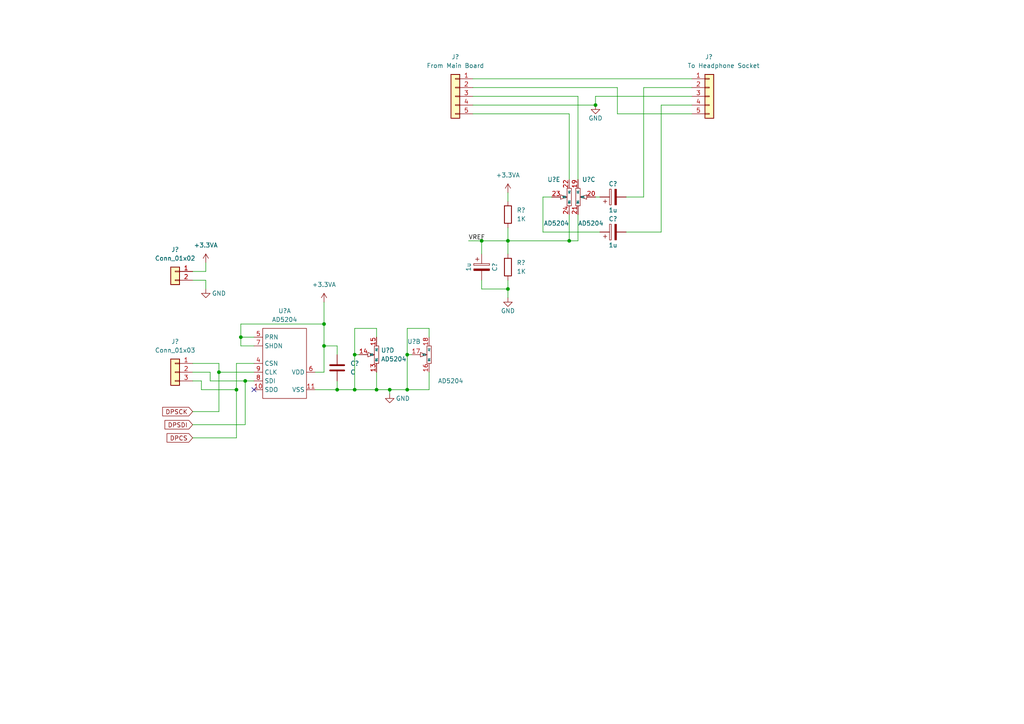
<source format=kicad_sch>
(kicad_sch (version 20211123) (generator eeschema)

  (uuid da5b4d9c-e473-4572-b78e-3ea8c80aea4d)

  (paper "A4")

  (lib_symbols
    (symbol "Connector_Generic:Conn_01x02" (pin_names (offset 1.016) hide) (in_bom yes) (on_board yes)
      (property "Reference" "J" (id 0) (at 0 2.54 0)
        (effects (font (size 1.27 1.27)))
      )
      (property "Value" "Conn_01x02" (id 1) (at 0 -5.08 0)
        (effects (font (size 1.27 1.27)))
      )
      (property "Footprint" "" (id 2) (at 0 0 0)
        (effects (font (size 1.27 1.27)) hide)
      )
      (property "Datasheet" "~" (id 3) (at 0 0 0)
        (effects (font (size 1.27 1.27)) hide)
      )
      (property "ki_keywords" "connector" (id 4) (at 0 0 0)
        (effects (font (size 1.27 1.27)) hide)
      )
      (property "ki_description" "Generic connector, single row, 01x02, script generated (kicad-library-utils/schlib/autogen/connector/)" (id 5) (at 0 0 0)
        (effects (font (size 1.27 1.27)) hide)
      )
      (property "ki_fp_filters" "Connector*:*_1x??_*" (id 6) (at 0 0 0)
        (effects (font (size 1.27 1.27)) hide)
      )
      (symbol "Conn_01x02_1_1"
        (rectangle (start -1.27 -2.413) (end 0 -2.667)
          (stroke (width 0.1524) (type default) (color 0 0 0 0))
          (fill (type none))
        )
        (rectangle (start -1.27 0.127) (end 0 -0.127)
          (stroke (width 0.1524) (type default) (color 0 0 0 0))
          (fill (type none))
        )
        (rectangle (start -1.27 1.27) (end 1.27 -3.81)
          (stroke (width 0.254) (type default) (color 0 0 0 0))
          (fill (type background))
        )
        (pin passive line (at -5.08 0 0) (length 3.81)
          (name "Pin_1" (effects (font (size 1.27 1.27))))
          (number "1" (effects (font (size 1.27 1.27))))
        )
        (pin passive line (at -5.08 -2.54 0) (length 3.81)
          (name "Pin_2" (effects (font (size 1.27 1.27))))
          (number "2" (effects (font (size 1.27 1.27))))
        )
      )
    )
    (symbol "Connector_Generic:Conn_01x03" (pin_names (offset 1.016) hide) (in_bom yes) (on_board yes)
      (property "Reference" "J" (id 0) (at 0 5.08 0)
        (effects (font (size 1.27 1.27)))
      )
      (property "Value" "Conn_01x03" (id 1) (at 0 -5.08 0)
        (effects (font (size 1.27 1.27)))
      )
      (property "Footprint" "" (id 2) (at 0 0 0)
        (effects (font (size 1.27 1.27)) hide)
      )
      (property "Datasheet" "~" (id 3) (at 0 0 0)
        (effects (font (size 1.27 1.27)) hide)
      )
      (property "ki_keywords" "connector" (id 4) (at 0 0 0)
        (effects (font (size 1.27 1.27)) hide)
      )
      (property "ki_description" "Generic connector, single row, 01x03, script generated (kicad-library-utils/schlib/autogen/connector/)" (id 5) (at 0 0 0)
        (effects (font (size 1.27 1.27)) hide)
      )
      (property "ki_fp_filters" "Connector*:*_1x??_*" (id 6) (at 0 0 0)
        (effects (font (size 1.27 1.27)) hide)
      )
      (symbol "Conn_01x03_1_1"
        (rectangle (start -1.27 -2.413) (end 0 -2.667)
          (stroke (width 0.1524) (type default) (color 0 0 0 0))
          (fill (type none))
        )
        (rectangle (start -1.27 0.127) (end 0 -0.127)
          (stroke (width 0.1524) (type default) (color 0 0 0 0))
          (fill (type none))
        )
        (rectangle (start -1.27 2.667) (end 0 2.413)
          (stroke (width 0.1524) (type default) (color 0 0 0 0))
          (fill (type none))
        )
        (rectangle (start -1.27 3.81) (end 1.27 -3.81)
          (stroke (width 0.254) (type default) (color 0 0 0 0))
          (fill (type background))
        )
        (pin passive line (at -5.08 2.54 0) (length 3.81)
          (name "Pin_1" (effects (font (size 1.27 1.27))))
          (number "1" (effects (font (size 1.27 1.27))))
        )
        (pin passive line (at -5.08 0 0) (length 3.81)
          (name "Pin_2" (effects (font (size 1.27 1.27))))
          (number "2" (effects (font (size 1.27 1.27))))
        )
        (pin passive line (at -5.08 -2.54 0) (length 3.81)
          (name "Pin_3" (effects (font (size 1.27 1.27))))
          (number "3" (effects (font (size 1.27 1.27))))
        )
      )
    )
    (symbol "Connector_Generic:Conn_01x05" (pin_names (offset 1.016) hide) (in_bom yes) (on_board yes)
      (property "Reference" "J" (id 0) (at 0 7.62 0)
        (effects (font (size 1.27 1.27)))
      )
      (property "Value" "Conn_01x05" (id 1) (at 0 -7.62 0)
        (effects (font (size 1.27 1.27)))
      )
      (property "Footprint" "" (id 2) (at 0 0 0)
        (effects (font (size 1.27 1.27)) hide)
      )
      (property "Datasheet" "~" (id 3) (at 0 0 0)
        (effects (font (size 1.27 1.27)) hide)
      )
      (property "ki_keywords" "connector" (id 4) (at 0 0 0)
        (effects (font (size 1.27 1.27)) hide)
      )
      (property "ki_description" "Generic connector, single row, 01x05, script generated (kicad-library-utils/schlib/autogen/connector/)" (id 5) (at 0 0 0)
        (effects (font (size 1.27 1.27)) hide)
      )
      (property "ki_fp_filters" "Connector*:*_1x??_*" (id 6) (at 0 0 0)
        (effects (font (size 1.27 1.27)) hide)
      )
      (symbol "Conn_01x05_1_1"
        (rectangle (start -1.27 -4.953) (end 0 -5.207)
          (stroke (width 0.1524) (type default) (color 0 0 0 0))
          (fill (type none))
        )
        (rectangle (start -1.27 -2.413) (end 0 -2.667)
          (stroke (width 0.1524) (type default) (color 0 0 0 0))
          (fill (type none))
        )
        (rectangle (start -1.27 0.127) (end 0 -0.127)
          (stroke (width 0.1524) (type default) (color 0 0 0 0))
          (fill (type none))
        )
        (rectangle (start -1.27 2.667) (end 0 2.413)
          (stroke (width 0.1524) (type default) (color 0 0 0 0))
          (fill (type none))
        )
        (rectangle (start -1.27 5.207) (end 0 4.953)
          (stroke (width 0.1524) (type default) (color 0 0 0 0))
          (fill (type none))
        )
        (rectangle (start -1.27 6.35) (end 1.27 -6.35)
          (stroke (width 0.254) (type default) (color 0 0 0 0))
          (fill (type background))
        )
        (pin passive line (at -5.08 5.08 0) (length 3.81)
          (name "Pin_1" (effects (font (size 1.27 1.27))))
          (number "1" (effects (font (size 1.27 1.27))))
        )
        (pin passive line (at -5.08 2.54 0) (length 3.81)
          (name "Pin_2" (effects (font (size 1.27 1.27))))
          (number "2" (effects (font (size 1.27 1.27))))
        )
        (pin passive line (at -5.08 0 0) (length 3.81)
          (name "Pin_3" (effects (font (size 1.27 1.27))))
          (number "3" (effects (font (size 1.27 1.27))))
        )
        (pin passive line (at -5.08 -2.54 0) (length 3.81)
          (name "Pin_4" (effects (font (size 1.27 1.27))))
          (number "4" (effects (font (size 1.27 1.27))))
        )
        (pin passive line (at -5.08 -5.08 0) (length 3.81)
          (name "Pin_5" (effects (font (size 1.27 1.27))))
          (number "5" (effects (font (size 1.27 1.27))))
        )
      )
    )
    (symbol "Device:C" (pin_numbers hide) (pin_names (offset 0.254)) (in_bom yes) (on_board yes)
      (property "Reference" "C" (id 0) (at 0.635 2.54 0)
        (effects (font (size 1.27 1.27)) (justify left))
      )
      (property "Value" "C" (id 1) (at 0.635 -2.54 0)
        (effects (font (size 1.27 1.27)) (justify left))
      )
      (property "Footprint" "" (id 2) (at 0.9652 -3.81 0)
        (effects (font (size 1.27 1.27)) hide)
      )
      (property "Datasheet" "~" (id 3) (at 0 0 0)
        (effects (font (size 1.27 1.27)) hide)
      )
      (property "ki_keywords" "cap capacitor" (id 4) (at 0 0 0)
        (effects (font (size 1.27 1.27)) hide)
      )
      (property "ki_description" "Unpolarized capacitor" (id 5) (at 0 0 0)
        (effects (font (size 1.27 1.27)) hide)
      )
      (property "ki_fp_filters" "C_*" (id 6) (at 0 0 0)
        (effects (font (size 1.27 1.27)) hide)
      )
      (symbol "C_0_1"
        (polyline
          (pts
            (xy -2.032 -0.762)
            (xy 2.032 -0.762)
          )
          (stroke (width 0.508) (type default) (color 0 0 0 0))
          (fill (type none))
        )
        (polyline
          (pts
            (xy -2.032 0.762)
            (xy 2.032 0.762)
          )
          (stroke (width 0.508) (type default) (color 0 0 0 0))
          (fill (type none))
        )
      )
      (symbol "C_1_1"
        (pin passive line (at 0 3.81 270) (length 2.794)
          (name "~" (effects (font (size 1.27 1.27))))
          (number "1" (effects (font (size 1.27 1.27))))
        )
        (pin passive line (at 0 -3.81 90) (length 2.794)
          (name "~" (effects (font (size 1.27 1.27))))
          (number "2" (effects (font (size 1.27 1.27))))
        )
      )
    )
    (symbol "Device:C_Polarized" (pin_numbers hide) (pin_names (offset 0.254)) (in_bom yes) (on_board yes)
      (property "Reference" "C" (id 0) (at 0.635 2.54 0)
        (effects (font (size 1.27 1.27)) (justify left))
      )
      (property "Value" "C_Polarized" (id 1) (at 0.635 -2.54 0)
        (effects (font (size 1.27 1.27)) (justify left))
      )
      (property "Footprint" "" (id 2) (at 0.9652 -3.81 0)
        (effects (font (size 1.27 1.27)) hide)
      )
      (property "Datasheet" "~" (id 3) (at 0 0 0)
        (effects (font (size 1.27 1.27)) hide)
      )
      (property "ki_keywords" "cap capacitor" (id 4) (at 0 0 0)
        (effects (font (size 1.27 1.27)) hide)
      )
      (property "ki_description" "Polarized capacitor" (id 5) (at 0 0 0)
        (effects (font (size 1.27 1.27)) hide)
      )
      (property "ki_fp_filters" "CP_*" (id 6) (at 0 0 0)
        (effects (font (size 1.27 1.27)) hide)
      )
      (symbol "C_Polarized_0_1"
        (rectangle (start -2.286 0.508) (end 2.286 1.016)
          (stroke (width 0) (type default) (color 0 0 0 0))
          (fill (type none))
        )
        (polyline
          (pts
            (xy -1.778 2.286)
            (xy -0.762 2.286)
          )
          (stroke (width 0) (type default) (color 0 0 0 0))
          (fill (type none))
        )
        (polyline
          (pts
            (xy -1.27 2.794)
            (xy -1.27 1.778)
          )
          (stroke (width 0) (type default) (color 0 0 0 0))
          (fill (type none))
        )
        (rectangle (start 2.286 -0.508) (end -2.286 -1.016)
          (stroke (width 0) (type default) (color 0 0 0 0))
          (fill (type outline))
        )
      )
      (symbol "C_Polarized_1_1"
        (pin passive line (at 0 3.81 270) (length 2.794)
          (name "~" (effects (font (size 1.27 1.27))))
          (number "1" (effects (font (size 1.27 1.27))))
        )
        (pin passive line (at 0 -3.81 90) (length 2.794)
          (name "~" (effects (font (size 1.27 1.27))))
          (number "2" (effects (font (size 1.27 1.27))))
        )
      )
    )
    (symbol "Device:R" (pin_numbers hide) (pin_names (offset 0)) (in_bom yes) (on_board yes)
      (property "Reference" "R" (id 0) (at 2.032 0 90)
        (effects (font (size 1.27 1.27)))
      )
      (property "Value" "R" (id 1) (at 0 0 90)
        (effects (font (size 1.27 1.27)))
      )
      (property "Footprint" "" (id 2) (at -1.778 0 90)
        (effects (font (size 1.27 1.27)) hide)
      )
      (property "Datasheet" "~" (id 3) (at 0 0 0)
        (effects (font (size 1.27 1.27)) hide)
      )
      (property "ki_keywords" "R res resistor" (id 4) (at 0 0 0)
        (effects (font (size 1.27 1.27)) hide)
      )
      (property "ki_description" "Resistor" (id 5) (at 0 0 0)
        (effects (font (size 1.27 1.27)) hide)
      )
      (property "ki_fp_filters" "R_*" (id 6) (at 0 0 0)
        (effects (font (size 1.27 1.27)) hide)
      )
      (symbol "R_0_1"
        (rectangle (start -1.016 -2.54) (end 1.016 2.54)
          (stroke (width 0.254) (type default) (color 0 0 0 0))
          (fill (type none))
        )
      )
      (symbol "R_1_1"
        (pin passive line (at 0 3.81 270) (length 1.27)
          (name "~" (effects (font (size 1.27 1.27))))
          (number "1" (effects (font (size 1.27 1.27))))
        )
        (pin passive line (at 0 -3.81 90) (length 1.27)
          (name "~" (effects (font (size 1.27 1.27))))
          (number "2" (effects (font (size 1.27 1.27))))
        )
      )
    )
    (symbol "UKMaker:AD5204" (in_bom yes) (on_board yes)
      (property "Reference" "U" (id 0) (at 3.81 0 0)
        (effects (font (size 1.27 1.27)))
      )
      (property "Value" "AD5204" (id 1) (at 1.905 0 90)
        (effects (font (size 1.27 1.27)))
      )
      (property "Footprint" "" (id 2) (at 3.175 5.08 0)
        (effects (font (size 1.27 1.27)) hide)
      )
      (property "Datasheet" "" (id 3) (at 3.175 5.08 0)
        (effects (font (size 1.27 1.27)) hide)
      )
      (symbol "AD5204_1_1"
        (rectangle (start -6.35 10.16) (end 6.35 -10.16)
          (stroke (width 0) (type default) (color 0 0 0 0))
          (fill (type none))
        )
        (pin output line (at -8.89 -7.62 0) (length 2.54)
          (name "SDO" (effects (font (size 1.27 1.27))))
          (number "10" (effects (font (size 1.27 1.27))))
        )
        (pin power_in line (at 8.89 -7.62 180) (length 2.54)
          (name "VSS" (effects (font (size 1.27 1.27))))
          (number "11" (effects (font (size 1.27 1.27))))
        )
        (pin input line (at -8.89 0 0) (length 2.54)
          (name "CSN" (effects (font (size 1.27 1.27))))
          (number "4" (effects (font (size 1.27 1.27))))
        )
        (pin input line (at -8.89 7.62 0) (length 2.54)
          (name "PRN" (effects (font (size 1.27 1.27))))
          (number "5" (effects (font (size 1.27 1.27))))
        )
        (pin power_in line (at 8.89 -2.54 180) (length 2.54)
          (name "VDD" (effects (font (size 1.27 1.27))))
          (number "6" (effects (font (size 1.27 1.27))))
        )
        (pin input line (at -8.89 5.08 0) (length 2.54)
          (name "SHDN" (effects (font (size 1.27 1.27))))
          (number "7" (effects (font (size 1.27 1.27))))
        )
        (pin input line (at -8.89 -5.08 0) (length 2.54)
          (name "SDI" (effects (font (size 1.27 1.27))))
          (number "8" (effects (font (size 1.27 1.27))))
        )
        (pin input line (at -8.89 -2.54 0) (length 2.54)
          (name "CLK" (effects (font (size 1.27 1.27))))
          (number "9" (effects (font (size 1.27 1.27))))
        )
      )
      (symbol "AD5204_2_1"
        (rectangle (start -0.635 2.54) (end 0.635 -2.54)
          (stroke (width 0) (type default) (color 0 0 0 0))
          (fill (type none))
        )
        (polyline
          (pts
            (xy -0.635 0)
            (xy -2.54 0.635)
            (xy -2.54 -0.635)
            (xy -0.635 0)
          )
          (stroke (width 0) (type default) (color 0 0 0 0))
          (fill (type none))
        )
        (pin passive line (at 0 -5.08 90) (length 2.54)
          (name "B1" (effects (font (size 0.508 0.508))))
          (number "16" (effects (font (size 1.27 1.27))))
        )
        (pin passive line (at -5.08 0 0) (length 2.54)
          (name "W1" (effects (font (size 0.508 0.508))))
          (number "17" (effects (font (size 1.27 1.27))))
        )
        (pin passive line (at 0 5.08 270) (length 2.54)
          (name "A1" (effects (font (size 0.508 0.508))))
          (number "18" (effects (font (size 1.27 1.27))))
        )
      )
      (symbol "AD5204_3_1"
        (rectangle (start -0.635 2.54) (end 0.635 -2.54)
          (stroke (width 0) (type default) (color 0 0 0 0))
          (fill (type none))
        )
        (polyline
          (pts
            (xy -0.635 0)
            (xy -2.54 0.635)
            (xy -2.54 -0.635)
            (xy -0.635 0)
          )
          (stroke (width 0) (type default) (color 0 0 0 0))
          (fill (type none))
        )
        (pin passive line (at 0 5.08 270) (length 2.54)
          (name "A1" (effects (font (size 0.508 0.508))))
          (number "19" (effects (font (size 1.27 1.27))))
        )
        (pin passive line (at -5.08 0 0) (length 2.54)
          (name "W1" (effects (font (size 0.508 0.508))))
          (number "20" (effects (font (size 1.27 1.27))))
        )
        (pin passive line (at 0 -5.08 90) (length 2.54)
          (name "B1" (effects (font (size 0.508 0.508))))
          (number "21" (effects (font (size 1.27 1.27))))
        )
      )
      (symbol "AD5204_4_1"
        (rectangle (start -0.635 2.54) (end 0.635 -2.54)
          (stroke (width 0) (type default) (color 0 0 0 0))
          (fill (type none))
        )
        (polyline
          (pts
            (xy -0.635 0)
            (xy -2.54 0.635)
            (xy -2.54 -0.635)
            (xy -0.635 0)
          )
          (stroke (width 0) (type default) (color 0 0 0 0))
          (fill (type none))
        )
        (pin passive line (at 0 -5.08 90) (length 2.54)
          (name "B1" (effects (font (size 0.508 0.508))))
          (number "13" (effects (font (size 1.27 1.27))))
        )
        (pin passive line (at -5.08 0 0) (length 2.54)
          (name "W1" (effects (font (size 0.508 0.508))))
          (number "14" (effects (font (size 1.27 1.27))))
        )
        (pin passive line (at 0 5.08 270) (length 2.54)
          (name "A1" (effects (font (size 0.508 0.508))))
          (number "15" (effects (font (size 1.27 1.27))))
        )
      )
      (symbol "AD5204_5_1"
        (rectangle (start -0.635 2.54) (end 0.635 -2.54)
          (stroke (width 0) (type default) (color 0 0 0 0))
          (fill (type none))
        )
        (polyline
          (pts
            (xy -0.635 0)
            (xy -2.54 0.635)
            (xy -2.54 -0.635)
            (xy -0.635 0)
          )
          (stroke (width 0) (type default) (color 0 0 0 0))
          (fill (type none))
        )
        (pin passive line (at 0 5.08 270) (length 2.54)
          (name "A1" (effects (font (size 0.508 0.508))))
          (number "22" (effects (font (size 1.27 1.27))))
        )
        (pin passive line (at -5.08 0 0) (length 2.54)
          (name "W1" (effects (font (size 0.508 0.508))))
          (number "23" (effects (font (size 1.27 1.27))))
        )
        (pin passive line (at 0 -5.08 90) (length 2.54)
          (name "B1" (effects (font (size 0.508 0.508))))
          (number "24" (effects (font (size 1.27 1.27))))
        )
      )
    )
    (symbol "power:+3.3VA" (power) (pin_names (offset 0)) (in_bom yes) (on_board yes)
      (property "Reference" "#PWR" (id 0) (at 0 -3.81 0)
        (effects (font (size 1.27 1.27)) hide)
      )
      (property "Value" "+3.3VA" (id 1) (at 0 3.556 0)
        (effects (font (size 1.27 1.27)))
      )
      (property "Footprint" "" (id 2) (at 0 0 0)
        (effects (font (size 1.27 1.27)) hide)
      )
      (property "Datasheet" "" (id 3) (at 0 0 0)
        (effects (font (size 1.27 1.27)) hide)
      )
      (property "ki_keywords" "power-flag" (id 4) (at 0 0 0)
        (effects (font (size 1.27 1.27)) hide)
      )
      (property "ki_description" "Power symbol creates a global label with name \"+3.3VA\"" (id 5) (at 0 0 0)
        (effects (font (size 1.27 1.27)) hide)
      )
      (symbol "+3.3VA_0_1"
        (polyline
          (pts
            (xy -0.762 1.27)
            (xy 0 2.54)
          )
          (stroke (width 0) (type default) (color 0 0 0 0))
          (fill (type none))
        )
        (polyline
          (pts
            (xy 0 0)
            (xy 0 2.54)
          )
          (stroke (width 0) (type default) (color 0 0 0 0))
          (fill (type none))
        )
        (polyline
          (pts
            (xy 0 2.54)
            (xy 0.762 1.27)
          )
          (stroke (width 0) (type default) (color 0 0 0 0))
          (fill (type none))
        )
      )
      (symbol "+3.3VA_1_1"
        (pin power_in line (at 0 0 90) (length 0) hide
          (name "+3.3VA" (effects (font (size 1.27 1.27))))
          (number "1" (effects (font (size 1.27 1.27))))
        )
      )
    )
    (symbol "power:GND" (power) (pin_names (offset 0)) (in_bom yes) (on_board yes)
      (property "Reference" "#PWR" (id 0) (at 0 -6.35 0)
        (effects (font (size 1.27 1.27)) hide)
      )
      (property "Value" "GND" (id 1) (at 0 -3.81 0)
        (effects (font (size 1.27 1.27)))
      )
      (property "Footprint" "" (id 2) (at 0 0 0)
        (effects (font (size 1.27 1.27)) hide)
      )
      (property "Datasheet" "" (id 3) (at 0 0 0)
        (effects (font (size 1.27 1.27)) hide)
      )
      (property "ki_keywords" "power-flag" (id 4) (at 0 0 0)
        (effects (font (size 1.27 1.27)) hide)
      )
      (property "ki_description" "Power symbol creates a global label with name \"GND\" , ground" (id 5) (at 0 0 0)
        (effects (font (size 1.27 1.27)) hide)
      )
      (symbol "GND_0_1"
        (polyline
          (pts
            (xy 0 0)
            (xy 0 -1.27)
            (xy 1.27 -1.27)
            (xy 0 -2.54)
            (xy -1.27 -1.27)
            (xy 0 -1.27)
          )
          (stroke (width 0) (type default) (color 0 0 0 0))
          (fill (type none))
        )
      )
      (symbol "GND_1_1"
        (pin power_in line (at 0 0 270) (length 0) hide
          (name "GND" (effects (font (size 1.27 1.27))))
          (number "1" (effects (font (size 1.27 1.27))))
        )
      )
    )
  )

  (junction (at 172.72 30.48) (diameter 0) (color 0 0 0 0)
    (uuid 01b734b7-6175-4b9b-a7df-a5059a62b930)
  )
  (junction (at 147.32 69.85) (diameter 0) (color 0 0 0 0)
    (uuid 23dc9f98-b763-41c2-b9b9-2a4901adc970)
  )
  (junction (at 118.11 113.03) (diameter 0) (color 0 0 0 0)
    (uuid 31471eb9-b9a7-4a86-a52d-cd22a3eac460)
  )
  (junction (at 113.03 113.03) (diameter 0) (color 0 0 0 0)
    (uuid 4fc9946c-d412-4f2b-8dbf-4154bf63e77a)
  )
  (junction (at 102.87 102.87) (diameter 0) (color 0 0 0 0)
    (uuid 83d6455d-e9de-4b96-8fac-a77d4258529e)
  )
  (junction (at 102.87 113.03) (diameter 0) (color 0 0 0 0)
    (uuid 83e6c665-29ac-4f04-946f-6d2add3a9227)
  )
  (junction (at 118.11 102.87) (diameter 0) (color 0 0 0 0)
    (uuid 85a97a98-c307-41c8-b7ba-d0ec8976fa8b)
  )
  (junction (at 93.98 100.33) (diameter 0) (color 0 0 0 0)
    (uuid 88b515e9-dc8f-419c-a48f-964b238d6906)
  )
  (junction (at 71.12 110.49) (diameter 0) (color 0 0 0 0)
    (uuid 8df43567-b3c3-4395-acc1-a8d209ab0c5a)
  )
  (junction (at 97.79 113.03) (diameter 0) (color 0 0 0 0)
    (uuid 9961d701-d974-4efc-9a1c-8f2621019811)
  )
  (junction (at 63.5 107.95) (diameter 0) (color 0 0 0 0)
    (uuid 9df619e6-d627-4730-9ed6-30c73c63d988)
  )
  (junction (at 93.98 93.98) (diameter 0) (color 0 0 0 0)
    (uuid c3fad5e4-b661-4652-839b-9350bd09f999)
  )
  (junction (at 139.7 69.85) (diameter 0) (color 0 0 0 0)
    (uuid d488444d-ebc7-49e2-acdb-8df9b978b530)
  )
  (junction (at 69.85 97.79) (diameter 0) (color 0 0 0 0)
    (uuid d8f301e7-5e66-42a3-8532-bf1fb9e08f1a)
  )
  (junction (at 68.58 113.03) (diameter 0) (color 0 0 0 0)
    (uuid e0b22b09-d466-48b1-a281-4ab180365123)
  )
  (junction (at 109.22 113.03) (diameter 0) (color 0 0 0 0)
    (uuid f488c84b-4a84-42f6-b88b-6fc5528d7008)
  )
  (junction (at 147.32 83.82) (diameter 0) (color 0 0 0 0)
    (uuid f58a5453-b4a7-4ebb-a531-91cecbc36c7e)
  )
  (junction (at 165.1 69.85) (diameter 0) (color 0 0 0 0)
    (uuid fc098b55-7d80-4e8a-8763-2469473cc4ff)
  )

  (no_connect (at 73.66 113.03) (uuid 8ef04f42-42b5-427b-828f-9c4cdc90f90c))

  (wire (pts (xy 157.48 67.31) (xy 173.99 67.31))
    (stroke (width 0) (type default) (color 0 0 0 0))
    (uuid 0135a485-f561-41ba-b511-9fd2b4aef367)
  )
  (wire (pts (xy 172.72 27.94) (xy 200.66 27.94))
    (stroke (width 0) (type default) (color 0 0 0 0))
    (uuid 097342e0-89f4-4cdb-b121-83b619c8e218)
  )
  (wire (pts (xy 139.7 69.85) (xy 147.32 69.85))
    (stroke (width 0) (type default) (color 0 0 0 0))
    (uuid 098fadec-070a-406b-8111-0e99b0efd81a)
  )
  (wire (pts (xy 181.61 57.15) (xy 186.69 57.15))
    (stroke (width 0) (type default) (color 0 0 0 0))
    (uuid 0f469613-7c4d-4d4a-a4c2-d4d6eadd682b)
  )
  (wire (pts (xy 93.98 100.33) (xy 93.98 93.98))
    (stroke (width 0) (type default) (color 0 0 0 0))
    (uuid 127af51c-e0b7-4d7c-83c7-6cff5ac94a43)
  )
  (wire (pts (xy 69.85 97.79) (xy 69.85 93.98))
    (stroke (width 0) (type default) (color 0 0 0 0))
    (uuid 1423fbe7-7aa5-487e-95bc-4c46b149d68f)
  )
  (wire (pts (xy 118.11 113.03) (xy 124.46 113.03))
    (stroke (width 0) (type default) (color 0 0 0 0))
    (uuid 14dacf09-8421-4ea3-90fd-16cfeaeb2dcc)
  )
  (wire (pts (xy 55.88 127) (xy 68.58 127))
    (stroke (width 0) (type default) (color 0 0 0 0))
    (uuid 16ec638f-8d1d-4666-847e-8285cf59c7d8)
  )
  (wire (pts (xy 104.14 102.87) (xy 102.87 102.87))
    (stroke (width 0) (type default) (color 0 0 0 0))
    (uuid 1b7b47d6-399a-41ef-b31a-0c4b6dfc9f51)
  )
  (wire (pts (xy 157.48 57.15) (xy 157.48 67.31))
    (stroke (width 0) (type default) (color 0 0 0 0))
    (uuid 1f26259e-547f-42fd-a907-8494d6511b94)
  )
  (wire (pts (xy 137.16 25.4) (xy 179.07 25.4))
    (stroke (width 0) (type default) (color 0 0 0 0))
    (uuid 29c84d9a-b893-44bb-b4c7-45790b1cf8cb)
  )
  (wire (pts (xy 113.03 113.03) (xy 113.03 114.3))
    (stroke (width 0) (type default) (color 0 0 0 0))
    (uuid 32688005-5271-43a1-9251-929192eb0c01)
  )
  (wire (pts (xy 73.66 100.33) (xy 69.85 100.33))
    (stroke (width 0) (type default) (color 0 0 0 0))
    (uuid 35d58b2b-ec4b-49f8-bea4-450a719e58a5)
  )
  (wire (pts (xy 97.79 110.49) (xy 97.79 113.03))
    (stroke (width 0) (type default) (color 0 0 0 0))
    (uuid 365bb51d-4b74-45ef-863b-6cc98b5f9e76)
  )
  (wire (pts (xy 93.98 93.98) (xy 93.98 87.63))
    (stroke (width 0) (type default) (color 0 0 0 0))
    (uuid 44514d54-606b-4195-9efe-363228021a0e)
  )
  (wire (pts (xy 147.32 73.66) (xy 147.32 69.85))
    (stroke (width 0) (type default) (color 0 0 0 0))
    (uuid 48cd42cb-26b4-4589-b972-2e4389ef12bf)
  )
  (wire (pts (xy 191.77 67.31) (xy 191.77 30.48))
    (stroke (width 0) (type default) (color 0 0 0 0))
    (uuid 4cc3350b-93cd-4652-861a-6f1755e06712)
  )
  (wire (pts (xy 147.32 81.28) (xy 147.32 83.82))
    (stroke (width 0) (type default) (color 0 0 0 0))
    (uuid 501bcba3-7840-4bfa-b390-042b6f4e12cb)
  )
  (wire (pts (xy 55.88 78.74) (xy 59.69 78.74))
    (stroke (width 0) (type default) (color 0 0 0 0))
    (uuid 51442696-0888-47f0-afca-f285aaf0a6d8)
  )
  (wire (pts (xy 69.85 100.33) (xy 69.85 97.79))
    (stroke (width 0) (type default) (color 0 0 0 0))
    (uuid 57df66f9-9a9e-4e67-9644-23efa6660863)
  )
  (wire (pts (xy 172.72 30.48) (xy 172.72 27.94))
    (stroke (width 0) (type default) (color 0 0 0 0))
    (uuid 5bcd4d60-0ad9-4ba2-9708-8369a9388e79)
  )
  (wire (pts (xy 73.66 107.95) (xy 63.5 107.95))
    (stroke (width 0) (type default) (color 0 0 0 0))
    (uuid 5ce3b5ff-9522-41ed-bb34-3428419d449e)
  )
  (wire (pts (xy 167.64 27.94) (xy 137.16 27.94))
    (stroke (width 0) (type default) (color 0 0 0 0))
    (uuid 5daa78d9-a162-4f02-8b24-aa33e75be5b2)
  )
  (wire (pts (xy 69.85 97.79) (xy 73.66 97.79))
    (stroke (width 0) (type default) (color 0 0 0 0))
    (uuid 5db729d1-8590-4a1c-b874-e2c6eafb89c6)
  )
  (wire (pts (xy 63.5 105.41) (xy 55.88 105.41))
    (stroke (width 0) (type default) (color 0 0 0 0))
    (uuid 660a72a4-3ec0-4322-809b-e0d6384455f7)
  )
  (wire (pts (xy 55.88 123.19) (xy 71.12 123.19))
    (stroke (width 0) (type default) (color 0 0 0 0))
    (uuid 664239ca-5a6e-401c-8989-95aba1370b73)
  )
  (wire (pts (xy 165.1 33.02) (xy 165.1 52.07))
    (stroke (width 0) (type default) (color 0 0 0 0))
    (uuid 67f212da-9392-4e3b-9607-865ebbcc3532)
  )
  (wire (pts (xy 165.1 62.23) (xy 165.1 69.85))
    (stroke (width 0) (type default) (color 0 0 0 0))
    (uuid 6cd7a235-f556-4505-a1fa-eebecd405364)
  )
  (wire (pts (xy 135.89 69.85) (xy 139.7 69.85))
    (stroke (width 0) (type default) (color 0 0 0 0))
    (uuid 7044a23d-1770-4126-a7ef-1433c92f5ff0)
  )
  (wire (pts (xy 113.03 113.03) (xy 118.11 113.03))
    (stroke (width 0) (type default) (color 0 0 0 0))
    (uuid 71a26256-cc21-4a4c-9411-08d18ab6898c)
  )
  (wire (pts (xy 137.16 30.48) (xy 172.72 30.48))
    (stroke (width 0) (type default) (color 0 0 0 0))
    (uuid 73268373-21a2-420b-8b47-b76da33c0964)
  )
  (wire (pts (xy 58.42 113.03) (xy 68.58 113.03))
    (stroke (width 0) (type default) (color 0 0 0 0))
    (uuid 736e32f8-aa20-4ad7-90aa-40b72a7cf348)
  )
  (wire (pts (xy 59.69 81.28) (xy 59.69 83.82))
    (stroke (width 0) (type default) (color 0 0 0 0))
    (uuid 73dedac3-460c-4c86-aca4-3c284ff10cee)
  )
  (wire (pts (xy 167.64 27.94) (xy 167.64 52.07))
    (stroke (width 0) (type default) (color 0 0 0 0))
    (uuid 73fb4f4e-bf7f-4f7e-b476-06f2a51d1b8d)
  )
  (wire (pts (xy 172.72 57.15) (xy 173.99 57.15))
    (stroke (width 0) (type default) (color 0 0 0 0))
    (uuid 76ff27ec-c449-4eb5-ad3a-006a70c6234e)
  )
  (wire (pts (xy 147.32 55.88) (xy 147.32 58.42))
    (stroke (width 0) (type default) (color 0 0 0 0))
    (uuid 77610543-c806-4d40-97f4-b63fe4a21e67)
  )
  (wire (pts (xy 109.22 95.25) (xy 102.87 95.25))
    (stroke (width 0) (type default) (color 0 0 0 0))
    (uuid 7881cc42-fb3f-42ba-9edd-a7771700f39b)
  )
  (wire (pts (xy 139.7 73.66) (xy 139.7 69.85))
    (stroke (width 0) (type default) (color 0 0 0 0))
    (uuid 7bac32e9-4547-40f5-9822-99a27e3128f2)
  )
  (wire (pts (xy 59.69 78.74) (xy 59.69 76.2))
    (stroke (width 0) (type default) (color 0 0 0 0))
    (uuid 7d375237-1951-4893-b7f6-a3a89cc9b18b)
  )
  (wire (pts (xy 97.79 113.03) (xy 102.87 113.03))
    (stroke (width 0) (type default) (color 0 0 0 0))
    (uuid 7e0fd07c-facc-4dea-84da-399087b6f8ab)
  )
  (wire (pts (xy 97.79 102.87) (xy 97.79 100.33))
    (stroke (width 0) (type default) (color 0 0 0 0))
    (uuid 7f83b2fe-c794-4669-9030-1dfb738b1007)
  )
  (wire (pts (xy 147.32 86.36) (xy 147.32 83.82))
    (stroke (width 0) (type default) (color 0 0 0 0))
    (uuid 7ff6b216-c9ff-4ba4-ba65-549ef27e3b30)
  )
  (wire (pts (xy 68.58 105.41) (xy 73.66 105.41))
    (stroke (width 0) (type default) (color 0 0 0 0))
    (uuid 8420bf2d-57a6-49d7-99d3-eea06449ba4d)
  )
  (wire (pts (xy 71.12 123.19) (xy 71.12 110.49))
    (stroke (width 0) (type default) (color 0 0 0 0))
    (uuid 89e9829d-c2ae-4212-a310-fc50faffd0bd)
  )
  (wire (pts (xy 55.88 119.38) (xy 63.5 119.38))
    (stroke (width 0) (type default) (color 0 0 0 0))
    (uuid 8a203b20-0fd9-4567-8e92-e92b2944b914)
  )
  (wire (pts (xy 147.32 69.85) (xy 165.1 69.85))
    (stroke (width 0) (type default) (color 0 0 0 0))
    (uuid 8acf12ab-88d1-4756-a0c8-5511f6d32e61)
  )
  (wire (pts (xy 191.77 30.48) (xy 200.66 30.48))
    (stroke (width 0) (type default) (color 0 0 0 0))
    (uuid 8e77da98-3f8c-4b4f-ac7c-b8800c6be9f2)
  )
  (wire (pts (xy 58.42 110.49) (xy 58.42 113.03))
    (stroke (width 0) (type default) (color 0 0 0 0))
    (uuid 98ab655b-b82b-44a0-93ff-e537d3af503a)
  )
  (wire (pts (xy 91.44 107.95) (xy 93.98 107.95))
    (stroke (width 0) (type default) (color 0 0 0 0))
    (uuid 9903f7b6-602f-4552-ba16-7913dc7ca127)
  )
  (wire (pts (xy 167.64 69.85) (xy 167.64 62.23))
    (stroke (width 0) (type default) (color 0 0 0 0))
    (uuid 9bc2116c-4e95-4c85-a35f-99650effff3c)
  )
  (wire (pts (xy 124.46 113.03) (xy 124.46 107.95))
    (stroke (width 0) (type default) (color 0 0 0 0))
    (uuid 9d627f6c-dd5d-41f2-882b-08edf3614cc1)
  )
  (wire (pts (xy 137.16 33.02) (xy 165.1 33.02))
    (stroke (width 0) (type default) (color 0 0 0 0))
    (uuid 9dbcc677-d53f-4570-9d6b-713f9e96e523)
  )
  (wire (pts (xy 60.96 107.95) (xy 55.88 107.95))
    (stroke (width 0) (type default) (color 0 0 0 0))
    (uuid 9ea291cf-e638-4ee8-a7b6-05c2cbd9d96d)
  )
  (wire (pts (xy 109.22 107.95) (xy 109.22 113.03))
    (stroke (width 0) (type default) (color 0 0 0 0))
    (uuid 9f159589-afd9-4ef0-a0f4-c98250315651)
  )
  (wire (pts (xy 93.98 107.95) (xy 93.98 100.33))
    (stroke (width 0) (type default) (color 0 0 0 0))
    (uuid a1fa4722-dfcc-4c01-ac1b-394c6e08470a)
  )
  (wire (pts (xy 186.69 25.4) (xy 200.66 25.4))
    (stroke (width 0) (type default) (color 0 0 0 0))
    (uuid a3f4fb7f-18d5-4720-8ae4-6ec55b2ebfcf)
  )
  (wire (pts (xy 109.22 113.03) (xy 113.03 113.03))
    (stroke (width 0) (type default) (color 0 0 0 0))
    (uuid a8a159c6-71f9-488e-a22b-3763aa236054)
  )
  (wire (pts (xy 118.11 95.25) (xy 118.11 102.87))
    (stroke (width 0) (type default) (color 0 0 0 0))
    (uuid b1694bf6-3d21-4cf6-b773-173012168811)
  )
  (wire (pts (xy 179.07 25.4) (xy 179.07 33.02))
    (stroke (width 0) (type default) (color 0 0 0 0))
    (uuid b2ee3f22-07c3-4434-9b64-920242f5c2b7)
  )
  (wire (pts (xy 139.7 83.82) (xy 147.32 83.82))
    (stroke (width 0) (type default) (color 0 0 0 0))
    (uuid b387307f-9e8e-4ba0-b7b1-6c1b2bc8e426)
  )
  (wire (pts (xy 69.85 93.98) (xy 93.98 93.98))
    (stroke (width 0) (type default) (color 0 0 0 0))
    (uuid ba5ae477-e8be-47c8-91fc-0043b262fa32)
  )
  (wire (pts (xy 63.5 107.95) (xy 63.5 105.41))
    (stroke (width 0) (type default) (color 0 0 0 0))
    (uuid bc6b8365-15d9-40fc-9b1e-c3ef38905c86)
  )
  (wire (pts (xy 55.88 81.28) (xy 59.69 81.28))
    (stroke (width 0) (type default) (color 0 0 0 0))
    (uuid c02ab482-1093-41e1-b4d4-ee30427e3c7f)
  )
  (wire (pts (xy 109.22 97.79) (xy 109.22 95.25))
    (stroke (width 0) (type default) (color 0 0 0 0))
    (uuid cc5157b1-3779-40d5-b83e-4b3e45222ed5)
  )
  (wire (pts (xy 91.44 113.03) (xy 97.79 113.03))
    (stroke (width 0) (type default) (color 0 0 0 0))
    (uuid cd7cba2b-f286-4fd4-bebf-d5034e9dbb2c)
  )
  (wire (pts (xy 139.7 81.28) (xy 139.7 83.82))
    (stroke (width 0) (type default) (color 0 0 0 0))
    (uuid cea9782b-a74d-427d-ade8-23d36d091e99)
  )
  (wire (pts (xy 68.58 113.03) (xy 68.58 105.41))
    (stroke (width 0) (type default) (color 0 0 0 0))
    (uuid d29a765b-021d-42e2-84bb-cd10ac737713)
  )
  (wire (pts (xy 181.61 67.31) (xy 191.77 67.31))
    (stroke (width 0) (type default) (color 0 0 0 0))
    (uuid d2f777ff-7be2-441d-87b1-754657d65a34)
  )
  (wire (pts (xy 102.87 113.03) (xy 109.22 113.03))
    (stroke (width 0) (type default) (color 0 0 0 0))
    (uuid d3bf01fd-de6d-4324-8c8d-ae0c328cd671)
  )
  (wire (pts (xy 102.87 102.87) (xy 102.87 113.03))
    (stroke (width 0) (type default) (color 0 0 0 0))
    (uuid d4e23ad0-2a83-4d85-921d-e4cdde9b4c68)
  )
  (wire (pts (xy 124.46 97.79) (xy 124.46 95.25))
    (stroke (width 0) (type default) (color 0 0 0 0))
    (uuid d78b23d6-f4b4-4e53-b4d1-26cb8517f9e7)
  )
  (wire (pts (xy 60.96 110.49) (xy 60.96 107.95))
    (stroke (width 0) (type default) (color 0 0 0 0))
    (uuid d844391d-1987-45f0-9fe2-89f90e5cb887)
  )
  (wire (pts (xy 71.12 110.49) (xy 60.96 110.49))
    (stroke (width 0) (type default) (color 0 0 0 0))
    (uuid df04180c-13a9-4202-abfc-b5ee5ae430bf)
  )
  (wire (pts (xy 179.07 33.02) (xy 200.66 33.02))
    (stroke (width 0) (type default) (color 0 0 0 0))
    (uuid e11c26f6-a03b-4023-a205-dda2a57a2747)
  )
  (wire (pts (xy 137.16 22.86) (xy 200.66 22.86))
    (stroke (width 0) (type default) (color 0 0 0 0))
    (uuid e186cd09-486d-47f1-ba67-ec78bf6b4111)
  )
  (wire (pts (xy 73.66 110.49) (xy 71.12 110.49))
    (stroke (width 0) (type default) (color 0 0 0 0))
    (uuid e257450a-589e-4989-8c45-aeaa4ba45e9a)
  )
  (wire (pts (xy 97.79 100.33) (xy 93.98 100.33))
    (stroke (width 0) (type default) (color 0 0 0 0))
    (uuid e3565c0b-959b-4182-a3c1-6c4e6ecb3208)
  )
  (wire (pts (xy 147.32 66.04) (xy 147.32 69.85))
    (stroke (width 0) (type default) (color 0 0 0 0))
    (uuid e94a223c-de8c-45d9-ba2c-84b6e60a1353)
  )
  (wire (pts (xy 160.02 57.15) (xy 157.48 57.15))
    (stroke (width 0) (type default) (color 0 0 0 0))
    (uuid ea62b1a8-8338-4b03-89b0-d62e078b6072)
  )
  (wire (pts (xy 186.69 57.15) (xy 186.69 25.4))
    (stroke (width 0) (type default) (color 0 0 0 0))
    (uuid ed085179-3faa-4281-aee8-7fc8df972d2f)
  )
  (wire (pts (xy 119.38 102.87) (xy 118.11 102.87))
    (stroke (width 0) (type default) (color 0 0 0 0))
    (uuid ee51b83c-45c3-4a95-a5fd-8f7a363e8af6)
  )
  (wire (pts (xy 124.46 95.25) (xy 118.11 95.25))
    (stroke (width 0) (type default) (color 0 0 0 0))
    (uuid ee6a5095-5c17-407e-99a1-470016d18c50)
  )
  (wire (pts (xy 55.88 110.49) (xy 58.42 110.49))
    (stroke (width 0) (type default) (color 0 0 0 0))
    (uuid f8c74dde-79ba-4eaf-aca9-38d155f33fce)
  )
  (wire (pts (xy 68.58 127) (xy 68.58 113.03))
    (stroke (width 0) (type default) (color 0 0 0 0))
    (uuid f90db010-5647-4332-81be-ecd0fe31dd67)
  )
  (wire (pts (xy 63.5 119.38) (xy 63.5 107.95))
    (stroke (width 0) (type default) (color 0 0 0 0))
    (uuid f923c8e0-9ed6-431d-a2c9-ce034c68f057)
  )
  (wire (pts (xy 165.1 69.85) (xy 167.64 69.85))
    (stroke (width 0) (type default) (color 0 0 0 0))
    (uuid f98739af-58e2-46f5-afd9-aa8cec93f2ea)
  )
  (wire (pts (xy 102.87 95.25) (xy 102.87 102.87))
    (stroke (width 0) (type default) (color 0 0 0 0))
    (uuid fa6f0759-4ee4-4e86-856b-403853273092)
  )
  (wire (pts (xy 118.11 102.87) (xy 118.11 113.03))
    (stroke (width 0) (type default) (color 0 0 0 0))
    (uuid fafe4595-9ebc-420e-a42a-f7eebebd9d80)
  )

  (label "VREF" (at 135.89 69.85 0)
    (effects (font (size 1.27 1.27)) (justify left bottom))
    (uuid 4ad0c8dc-e9a3-4e2c-ab5f-accc3274c8da)
  )

  (global_label "DPSDI" (shape input) (at 55.88 123.19 180) (fields_autoplaced)
    (effects (font (size 1.27 1.27)) (justify right))
    (uuid 5690ab29-c945-478d-b18d-09a179c12569)
    (property "Intersheet References" "${INTERSHEET_REFS}" (id 0) (at 47.8426 123.2694 0)
      (effects (font (size 1.27 1.27)) (justify right) hide)
    )
  )
  (global_label "DPCS" (shape input) (at 55.88 127 180) (fields_autoplaced)
    (effects (font (size 1.27 1.27)) (justify right))
    (uuid 62f06045-ffb5-4eea-b710-5a3a02e6408d)
    (property "Intersheet References" "${INTERSHEET_REFS}" (id 0) (at 48.4474 127.0794 0)
      (effects (font (size 1.27 1.27)) (justify right) hide)
    )
  )
  (global_label "DPSCK" (shape input) (at 55.88 119.38 180) (fields_autoplaced)
    (effects (font (size 1.27 1.27)) (justify right))
    (uuid bbc8dda3-9d5e-4ae8-9871-f4ca31e571ca)
    (property "Intersheet References" "${INTERSHEET_REFS}" (id 0) (at 47.1774 119.4594 0)
      (effects (font (size 1.27 1.27)) (justify right) hide)
    )
  )

  (symbol (lib_id "Device:C_Polarized") (at 177.8 57.15 90) (unit 1)
    (in_bom yes) (on_board yes)
    (uuid 00f3c39c-2c75-498e-b402-72e12a77521d)
    (property "Reference" "C?" (id 0) (at 177.8 53.34 90))
    (property "Value" "1u" (id 1) (at 177.8 60.96 90))
    (property "Footprint" "Capacitor_THT:CP_Radial_D10.0mm_P3.50mm" (id 2) (at 181.61 56.1848 0)
      (effects (font (size 1.27 1.27)) hide)
    )
    (property "Datasheet" "~" (id 3) (at 177.8 57.15 0)
      (effects (font (size 1.27 1.27)) hide)
    )
    (pin "1" (uuid 58e008d3-599d-4485-a976-b21729e4eaa6))
    (pin "2" (uuid 22c367bd-948f-4cff-b119-c8237b309d0d))
  )

  (symbol (lib_id "power:+3.3VA") (at 59.69 76.2 0) (unit 1)
    (in_bom yes) (on_board yes) (fields_autoplaced)
    (uuid 08db6c1d-6c0c-44ae-a8d4-0f53bea205d0)
    (property "Reference" "#PWR?" (id 0) (at 59.69 80.01 0)
      (effects (font (size 1.27 1.27)) hide)
    )
    (property "Value" "+3.3VA" (id 1) (at 59.69 71.12 0))
    (property "Footprint" "" (id 2) (at 59.69 76.2 0)
      (effects (font (size 1.27 1.27)) hide)
    )
    (property "Datasheet" "" (id 3) (at 59.69 76.2 0)
      (effects (font (size 1.27 1.27)) hide)
    )
    (pin "1" (uuid 9ef2d54a-2bd3-488a-9b28-55de99eb7b3c))
  )

  (symbol (lib_id "power:+3.3VA") (at 93.98 87.63 0) (unit 1)
    (in_bom yes) (on_board yes) (fields_autoplaced)
    (uuid 0dbb1954-f416-4618-ae6e-46ce73094b88)
    (property "Reference" "#PWR?" (id 0) (at 93.98 91.44 0)
      (effects (font (size 1.27 1.27)) hide)
    )
    (property "Value" "+3.3VA" (id 1) (at 93.98 82.55 0))
    (property "Footprint" "" (id 2) (at 93.98 87.63 0)
      (effects (font (size 1.27 1.27)) hide)
    )
    (property "Datasheet" "" (id 3) (at 93.98 87.63 0)
      (effects (font (size 1.27 1.27)) hide)
    )
    (pin "1" (uuid c9d796ba-8487-4651-9d02-a7ad54626df2))
  )

  (symbol (lib_id "UKMaker:AD5204") (at 124.46 102.87 0) (unit 2)
    (in_bom yes) (on_board yes)
    (uuid 2a4d1b62-029f-4f4b-97ea-55dc7541c43e)
    (property "Reference" "U?" (id 0) (at 118.11 99.06 0)
      (effects (font (size 1.27 1.27)) (justify left))
    )
    (property "Value" "AD5204" (id 1) (at 127 110.49 0)
      (effects (font (size 1.27 1.27)) (justify left))
    )
    (property "Footprint" "" (id 2) (at 127.635 97.79 0)
      (effects (font (size 1.27 1.27)) hide)
    )
    (property "Datasheet" "" (id 3) (at 127.635 97.79 0)
      (effects (font (size 1.27 1.27)) hide)
    )
    (pin "10" (uuid 31a8e3e6-af28-44a9-8793-a8bc8b5a8e80))
    (pin "11" (uuid cc9e68aa-f774-49b3-a646-145c67e6e90b))
    (pin "4" (uuid af21ae91-d0ed-43cf-9263-28057de285fb))
    (pin "5" (uuid 8a957655-0a11-47a0-b741-72424a26d3bd))
    (pin "6" (uuid f42d32a3-bc07-4e93-9c10-90ffc5d2a56b))
    (pin "7" (uuid 790cc4be-3f44-4db8-a29e-6c5a38f53cbd))
    (pin "8" (uuid 6d489ac8-db43-42a6-86a9-cbc6c8821eb4))
    (pin "9" (uuid 7b7c5da0-aac6-4959-beb6-44097642e96d))
    (pin "16" (uuid f0a04dfe-ac8d-4e41-b2af-75b8a7858ac1))
    (pin "17" (uuid 0eff6876-a115-4862-96f6-384cfcefc53c))
    (pin "18" (uuid d07dace5-f407-47bb-a711-1303e906482f))
    (pin "19" (uuid 67719156-5558-4381-aa36-ee213e72bd43))
    (pin "20" (uuid 4ad8f52a-109a-4098-a93a-e938b3d8e349))
    (pin "21" (uuid 75181866-0b63-422d-8b62-be2c1d4e6d76))
    (pin "13" (uuid 7435040f-1e60-4c53-b540-9820ca9b0896))
    (pin "14" (uuid 3b166f24-5ddf-427a-8ae6-e0a74b37e85d))
    (pin "15" (uuid b35f9f22-5ea7-4379-a843-d8cca6a31ee9))
    (pin "22" (uuid e770add7-9908-4291-8612-b3e3c7079241))
    (pin "23" (uuid 038ab037-9640-47d9-b8aa-4681f59b586f))
    (pin "24" (uuid 13f7a18b-8cb0-4da5-8f20-b2251c8a7083))
  )

  (symbol (lib_id "UKMaker:AD5204") (at 167.64 57.15 0) (mirror y) (unit 3)
    (in_bom yes) (on_board yes)
    (uuid 30e152d8-6e79-4ce7-b617-82c78a72999c)
    (property "Reference" "U?" (id 0) (at 172.72 52.07 0)
      (effects (font (size 1.27 1.27)) (justify left))
    )
    (property "Value" "AD5204" (id 1) (at 165.1 64.77 0)
      (effects (font (size 1.27 1.27)) (justify left))
    )
    (property "Footprint" "" (id 2) (at 164.465 52.07 0)
      (effects (font (size 1.27 1.27)) hide)
    )
    (property "Datasheet" "" (id 3) (at 164.465 52.07 0)
      (effects (font (size 1.27 1.27)) hide)
    )
    (pin "10" (uuid 55111262-5f32-4567-8bd3-12334fc57d90))
    (pin "11" (uuid 96cfd15a-ee91-42ee-a8b0-e2c4298e15ae))
    (pin "4" (uuid 264d5178-91c8-49f2-b16a-15a987f6d2b4))
    (pin "5" (uuid a4a5f16c-f924-4044-9b3a-a1e3db76cda0))
    (pin "6" (uuid 851e99e2-dd73-4352-b2d2-bee6142f7b7e))
    (pin "7" (uuid b41266ec-34b8-47b6-a4bb-e8069c000202))
    (pin "8" (uuid 2ef26a4c-15c9-46d9-88dd-a009d8d57696))
    (pin "9" (uuid ecd7ad5f-f73a-4a26-b086-e2e404ba98c3))
    (pin "16" (uuid 65bd475f-4d18-46c8-ae1f-a3ec15e10aac))
    (pin "17" (uuid 7ea12557-8d47-4c83-87a0-d71140c76582))
    (pin "18" (uuid b38d30c8-2243-4bbe-acf9-cf6b40c2fe74))
    (pin "19" (uuid a1059eed-5de5-4310-9446-1c850870fb80))
    (pin "20" (uuid 25af055c-aa80-4370-9743-99ea81b07e13))
    (pin "21" (uuid 05684818-2055-4c4d-97d1-df1aa789e043))
    (pin "13" (uuid a7566984-f01c-4fe6-969c-bde3f22c41c2))
    (pin "14" (uuid 392f868c-cf0f-41d6-b51c-71e02416cfd9))
    (pin "15" (uuid d77bd1c1-d599-40b8-860a-c3da55f4c841))
    (pin "22" (uuid 9f9cb589-943d-4a48-a62e-bcfd603d0fe3))
    (pin "23" (uuid cf4adf94-ff53-4b41-adb6-a3606a9c23da))
    (pin "24" (uuid 17f85474-4cf6-436b-a70b-9acbee4c3d8b))
  )

  (symbol (lib_id "power:+3.3VA") (at 147.32 55.88 0) (unit 1)
    (in_bom yes) (on_board yes) (fields_autoplaced)
    (uuid 4470330b-1cfe-4e2a-a532-eee7ed3a529e)
    (property "Reference" "#PWR?" (id 0) (at 147.32 59.69 0)
      (effects (font (size 1.27 1.27)) hide)
    )
    (property "Value" "+3.3VA" (id 1) (at 147.32 50.8 0))
    (property "Footprint" "" (id 2) (at 147.32 55.88 0)
      (effects (font (size 1.27 1.27)) hide)
    )
    (property "Datasheet" "" (id 3) (at 147.32 55.88 0)
      (effects (font (size 1.27 1.27)) hide)
    )
    (pin "1" (uuid 33b7f1b8-96a4-4038-b4d8-60487fb55943))
  )

  (symbol (lib_id "Device:C") (at 97.79 106.68 0) (unit 1)
    (in_bom yes) (on_board yes) (fields_autoplaced)
    (uuid 51abcab3-384c-4b08-8258-26fcb6bdcc2d)
    (property "Reference" "C?" (id 0) (at 101.6 105.4099 0)
      (effects (font (size 1.27 1.27)) (justify left))
    )
    (property "Value" "C" (id 1) (at 101.6 107.9499 0)
      (effects (font (size 1.27 1.27)) (justify left))
    )
    (property "Footprint" "Capacitor_THT:C_Disc_D5.0mm_W2.5mm_P2.50mm" (id 2) (at 98.7552 110.49 0)
      (effects (font (size 1.27 1.27)) hide)
    )
    (property "Datasheet" "~" (id 3) (at 97.79 106.68 0)
      (effects (font (size 1.27 1.27)) hide)
    )
    (pin "1" (uuid 5a67af13-fefc-41c8-b987-035f18f20311))
    (pin "2" (uuid e9dfd4f4-e172-4685-be82-edb9a1a6a154))
  )

  (symbol (lib_id "Device:R") (at 147.32 77.47 180) (unit 1)
    (in_bom yes) (on_board yes) (fields_autoplaced)
    (uuid 62444f2e-dfc9-4720-a492-77f9a74f6edc)
    (property "Reference" "R?" (id 0) (at 149.86 76.1999 0)
      (effects (font (size 1.27 1.27)) (justify right))
    )
    (property "Value" "1K" (id 1) (at 149.86 78.7399 0)
      (effects (font (size 1.27 1.27)) (justify right))
    )
    (property "Footprint" "Resistor_THT:R_Axial_DIN0207_L6.3mm_D2.5mm_P7.62mm_Horizontal" (id 2) (at 149.098 77.47 90)
      (effects (font (size 1.27 1.27)) hide)
    )
    (property "Datasheet" "~" (id 3) (at 147.32 77.47 0)
      (effects (font (size 1.27 1.27)) hide)
    )
    (pin "1" (uuid bd96d749-f079-400d-ae18-c8bac76797a6))
    (pin "2" (uuid 76e1fa4d-3fd9-4210-b942-4794d0ac04a4))
  )

  (symbol (lib_id "Device:R") (at 147.32 62.23 180) (unit 1)
    (in_bom yes) (on_board yes) (fields_autoplaced)
    (uuid 6376a15d-d120-4aa9-b5b0-96ab28643934)
    (property "Reference" "R?" (id 0) (at 149.86 60.9599 0)
      (effects (font (size 1.27 1.27)) (justify right))
    )
    (property "Value" "1K" (id 1) (at 149.86 63.4999 0)
      (effects (font (size 1.27 1.27)) (justify right))
    )
    (property "Footprint" "Resistor_THT:R_Axial_DIN0207_L6.3mm_D2.5mm_P7.62mm_Horizontal" (id 2) (at 149.098 62.23 90)
      (effects (font (size 1.27 1.27)) hide)
    )
    (property "Datasheet" "~" (id 3) (at 147.32 62.23 0)
      (effects (font (size 1.27 1.27)) hide)
    )
    (pin "1" (uuid 4d8938fa-14fb-458d-a37a-3fc037089f43))
    (pin "2" (uuid fdfe9d0f-b4ba-4320-b28a-c39f21aaae67))
  )

  (symbol (lib_id "power:GND") (at 113.03 114.3 0) (unit 1)
    (in_bom yes) (on_board yes)
    (uuid 8292a3e8-cf9b-4798-92a2-f8721a3efa72)
    (property "Reference" "#PWR?" (id 0) (at 113.03 120.65 0)
      (effects (font (size 1.27 1.27)) hide)
    )
    (property "Value" "GND" (id 1) (at 116.84 115.57 0))
    (property "Footprint" "" (id 2) (at 113.03 114.3 0)
      (effects (font (size 1.27 1.27)) hide)
    )
    (property "Datasheet" "" (id 3) (at 113.03 114.3 0)
      (effects (font (size 1.27 1.27)) hide)
    )
    (pin "1" (uuid 92cbbae7-dd7f-480b-be8f-d5efabb54e7d))
  )

  (symbol (lib_id "power:GND") (at 59.69 83.82 0) (unit 1)
    (in_bom yes) (on_board yes)
    (uuid 94a3dcdc-3c4b-491a-8b9e-a8eea5a29a88)
    (property "Reference" "#PWR?" (id 0) (at 59.69 90.17 0)
      (effects (font (size 1.27 1.27)) hide)
    )
    (property "Value" "GND" (id 1) (at 63.5 85.09 0))
    (property "Footprint" "" (id 2) (at 59.69 83.82 0)
      (effects (font (size 1.27 1.27)) hide)
    )
    (property "Datasheet" "" (id 3) (at 59.69 83.82 0)
      (effects (font (size 1.27 1.27)) hide)
    )
    (pin "1" (uuid 6d5da3bb-621c-4d89-ad22-24ba445f5e73))
  )

  (symbol (lib_id "UKMaker:AD5204") (at 109.22 102.87 0) (unit 4)
    (in_bom yes) (on_board yes) (fields_autoplaced)
    (uuid 95096af6-30b9-412b-a0e1-90cdf1529bd8)
    (property "Reference" "U?" (id 0) (at 110.49 101.5999 0)
      (effects (font (size 1.27 1.27)) (justify left))
    )
    (property "Value" "AD5204" (id 1) (at 110.49 104.1399 0)
      (effects (font (size 1.27 1.27)) (justify left))
    )
    (property "Footprint" "" (id 2) (at 112.395 97.79 0)
      (effects (font (size 1.27 1.27)) hide)
    )
    (property "Datasheet" "" (id 3) (at 112.395 97.79 0)
      (effects (font (size 1.27 1.27)) hide)
    )
    (pin "10" (uuid 1549680b-9c93-4f52-8ee7-0c57a088144c))
    (pin "11" (uuid b12e7c38-1c86-4bd2-b97a-3e87e95e9b11))
    (pin "4" (uuid 7748c301-3062-4da1-b9ca-3e940c99f4d1))
    (pin "5" (uuid 75ea1562-d214-4f21-a345-a8289f228194))
    (pin "6" (uuid 116bcf38-e44e-43f2-83a3-3ed6b9dcf015))
    (pin "7" (uuid f94c39ed-b875-4441-b76e-6eeaba8cf562))
    (pin "8" (uuid f4879d7b-4866-43d6-a3f8-7f1776d4d965))
    (pin "9" (uuid ff97d20d-45fa-4602-a6a8-e2a76f496932))
    (pin "16" (uuid 369ca2aa-44e2-4b1c-9caf-ed4b4a92ee34))
    (pin "17" (uuid 292cb091-6c68-4cae-8da4-ecc5704e9461))
    (pin "18" (uuid ce7b3668-8ccb-4f9f-b4c0-e176714c8b5d))
    (pin "19" (uuid 15be3c67-b6b7-4346-8893-9e19ba27fe51))
    (pin "20" (uuid 50c8e373-db18-4c8e-bc03-67af276c255d))
    (pin "21" (uuid bc1564f4-014c-4926-941c-eddf9e5be62b))
    (pin "13" (uuid 2883ab7c-d0c6-4c31-9876-9964f70f53b4))
    (pin "14" (uuid b6b3adfe-c680-4578-a5f4-95005a2b04b4))
    (pin "15" (uuid 0a096ae0-a9b4-498b-ac63-9a3ac0cad7b1))
    (pin "22" (uuid 5346ec73-4f02-407c-87ad-4a2e802c9151))
    (pin "23" (uuid b0c40259-bbce-4d0b-a04f-4248d8b6cf38))
    (pin "24" (uuid 3ed37405-1076-461d-b62f-d86b04691dc5))
  )

  (symbol (lib_id "Connector_Generic:Conn_01x05") (at 132.08 27.94 0) (mirror y) (unit 1)
    (in_bom yes) (on_board yes) (fields_autoplaced)
    (uuid a8d27659-a0d0-4a39-878b-fb1d5b812ebe)
    (property "Reference" "J?" (id 0) (at 132.08 16.51 0))
    (property "Value" "From Main Board" (id 1) (at 132.08 19.05 0))
    (property "Footprint" "Connector_PinHeader_2.54mm:PinHeader_1x05_P2.54mm_Vertical" (id 2) (at 132.08 27.94 0)
      (effects (font (size 1.27 1.27)) hide)
    )
    (property "Datasheet" "~" (id 3) (at 132.08 27.94 0)
      (effects (font (size 1.27 1.27)) hide)
    )
    (pin "1" (uuid 49ca9a5e-06b0-486b-b01c-dbd887dc9018))
    (pin "2" (uuid 2010e55f-5877-42c3-a12e-29b3ea83c340))
    (pin "3" (uuid d4c75511-3c09-4832-bebc-8e21c42ce69b))
    (pin "4" (uuid 5d502f1c-aae7-46ef-98b7-c9197dd4810f))
    (pin "5" (uuid f5fc9eb3-1e0b-4c52-b741-8b792cac6233))
  )

  (symbol (lib_id "Connector_Generic:Conn_01x02") (at 50.8 78.74 0) (mirror y) (unit 1)
    (in_bom yes) (on_board yes) (fields_autoplaced)
    (uuid abeb1b0d-b064-40b3-9ca3-04555a23aef8)
    (property "Reference" "J?" (id 0) (at 50.8 72.39 0))
    (property "Value" "Conn_01x02" (id 1) (at 50.8 74.93 0))
    (property "Footprint" "" (id 2) (at 50.8 78.74 0)
      (effects (font (size 1.27 1.27)) hide)
    )
    (property "Datasheet" "~" (id 3) (at 50.8 78.74 0)
      (effects (font (size 1.27 1.27)) hide)
    )
    (pin "1" (uuid 919e62df-7776-49bb-becc-7c329f963ac4))
    (pin "2" (uuid 8eda600b-33db-4fcc-a081-ff38850fb3c0))
  )

  (symbol (lib_id "UKMaker:AD5204") (at 165.1 57.15 0) (unit 5)
    (in_bom yes) (on_board yes)
    (uuid b44eaad1-8650-4236-a9a8-22b001be268a)
    (property "Reference" "U?" (id 0) (at 158.75 52.07 0)
      (effects (font (size 1.27 1.27)) (justify left))
    )
    (property "Value" "AD5204" (id 1) (at 167.64 64.77 0)
      (effects (font (size 1.27 1.27)) (justify left))
    )
    (property "Footprint" "" (id 2) (at 168.275 52.07 0)
      (effects (font (size 1.27 1.27)) hide)
    )
    (property "Datasheet" "" (id 3) (at 168.275 52.07 0)
      (effects (font (size 1.27 1.27)) hide)
    )
    (pin "10" (uuid 0fa40e87-88fc-435c-a38e-87711ce8c3a4))
    (pin "11" (uuid f8ced739-70b2-4f0b-a5db-88e9cd15ed07))
    (pin "4" (uuid 4c1ffacd-f9bf-4268-88fa-30350cc8dbc7))
    (pin "5" (uuid 7dfe069e-95a6-440c-97cb-942ca931501c))
    (pin "6" (uuid 038c31a4-79ec-4050-a297-e2ad3e390804))
    (pin "7" (uuid 00efc7cf-a2b4-49ec-9b95-f5733df7de58))
    (pin "8" (uuid eacb896a-7220-450a-be49-e1dc940a1e20))
    (pin "9" (uuid 124969c3-d1de-4735-b5a3-7c8d5039047b))
    (pin "16" (uuid db9ad0ca-5f18-485c-ae69-5bb9906e34fc))
    (pin "17" (uuid 75caad4e-d7a3-46c3-ba71-b26c50d98fcc))
    (pin "18" (uuid 7e08db4c-d5e0-4f4b-8291-63185136a7b5))
    (pin "19" (uuid 11f3cb58-8f42-4bf2-8dc9-27d5f61dc174))
    (pin "20" (uuid 4dea65c1-68c5-4ccf-ba7b-b0b3730926f8))
    (pin "21" (uuid 237c7df0-770d-4363-ab47-a489c2b9b49c))
    (pin "13" (uuid 4924e71d-07ca-45ed-bac4-7aecccf972aa))
    (pin "14" (uuid 8919eab2-9fe3-438e-8eba-3259229454cb))
    (pin "15" (uuid 7e1e4b51-11c8-44be-9912-013211be7fba))
    (pin "22" (uuid 78de007a-c0b7-4582-919e-bddbc5fed6aa))
    (pin "23" (uuid c924de0b-1a94-4c19-8204-089db0287145))
    (pin "24" (uuid e08774c7-b4e1-4511-b818-b00bca7a0a6a))
  )

  (symbol (lib_id "Device:C_Polarized") (at 177.8 67.31 90) (unit 1)
    (in_bom yes) (on_board yes)
    (uuid ba3ea238-7faa-41e8-a840-1839c0bce2c0)
    (property "Reference" "C?" (id 0) (at 177.8 63.5 90))
    (property "Value" "1u" (id 1) (at 177.8 71.12 90))
    (property "Footprint" "Capacitor_THT:CP_Radial_D10.0mm_P3.50mm" (id 2) (at 181.61 66.3448 0)
      (effects (font (size 1.27 1.27)) hide)
    )
    (property "Datasheet" "~" (id 3) (at 177.8 67.31 0)
      (effects (font (size 1.27 1.27)) hide)
    )
    (pin "1" (uuid 4015c504-4502-4fa1-ab68-1a78477ec27f))
    (pin "2" (uuid f9116b32-a1e8-45ea-aefd-f220db1c2350))
  )

  (symbol (lib_id "power:GND") (at 172.72 30.48 0) (mirror y) (unit 1)
    (in_bom yes) (on_board yes)
    (uuid c3fd7344-5033-4e9f-83bc-edf0516df702)
    (property "Reference" "#PWR?" (id 0) (at 172.72 36.83 0)
      (effects (font (size 1.27 1.27)) hide)
    )
    (property "Value" "GND" (id 1) (at 172.72 34.29 0))
    (property "Footprint" "" (id 2) (at 172.72 30.48 0)
      (effects (font (size 1.27 1.27)) hide)
    )
    (property "Datasheet" "" (id 3) (at 172.72 30.48 0)
      (effects (font (size 1.27 1.27)) hide)
    )
    (pin "1" (uuid b6d67174-de59-46a2-a556-3917b744084a))
  )

  (symbol (lib_id "UKMaker:AD5204") (at 82.55 105.41 0) (unit 1)
    (in_bom yes) (on_board yes) (fields_autoplaced)
    (uuid c7bcbb55-8b11-4d30-a02a-31696abead76)
    (property "Reference" "U?" (id 0) (at 82.55 90.17 0))
    (property "Value" "AD5204" (id 1) (at 82.55 92.71 0))
    (property "Footprint" "" (id 2) (at 85.725 100.33 0)
      (effects (font (size 1.27 1.27)) hide)
    )
    (property "Datasheet" "" (id 3) (at 85.725 100.33 0)
      (effects (font (size 1.27 1.27)) hide)
    )
    (pin "10" (uuid bebc0352-2afd-4c57-a3a2-b6b1788f7b43))
    (pin "11" (uuid 0531cba6-9b0b-4514-9f2d-06e599315bdb))
    (pin "4" (uuid bb6012ec-df7b-44b4-ade2-0e5d337aff77))
    (pin "5" (uuid a400696e-9c3d-4b4e-934c-c15e4d0b481f))
    (pin "6" (uuid 087499ed-a292-4c0e-b9ef-6e0e0de806b5))
    (pin "7" (uuid adb2f420-00ae-4797-9be6-93954bc4e334))
    (pin "8" (uuid d5b31985-2b15-41da-9251-d52b5fe1b7e6))
    (pin "9" (uuid ae601d88-6744-4968-b278-4f2bcba391ad))
    (pin "16" (uuid 09fc442b-44c7-46d1-bd5b-d7a13073c375))
    (pin "17" (uuid d48a0999-86ba-4240-bad6-2215f1525e68))
    (pin "18" (uuid 4a2d8fa6-9ce1-4e9d-8567-fb0548e8d650))
    (pin "19" (uuid da063ff3-db54-4a06-bf94-08dc268e90b5))
    (pin "20" (uuid 3f2bd2b9-7391-4b46-9aff-24a785b1af19))
    (pin "21" (uuid 0a5cb1a1-b4ea-4dd9-a221-1541db844ce5))
    (pin "13" (uuid fab44fed-c719-4278-830b-d0cc44533b50))
    (pin "14" (uuid 2c9701d7-8c0c-455b-bb50-884bab5592d6))
    (pin "15" (uuid c3ada066-611e-45ad-974b-476977d2a31c))
    (pin "22" (uuid 6d1fd70a-99c1-4e35-ac9c-8266d53d4aac))
    (pin "23" (uuid c93233b6-2ab3-4105-94a8-e18c7d99488d))
    (pin "24" (uuid 28f52c50-7561-417b-8858-8a06407481d4))
  )

  (symbol (lib_id "power:GND") (at 147.32 86.36 0) (mirror y) (unit 1)
    (in_bom yes) (on_board yes)
    (uuid d5922262-e428-4d54-a0d4-9dc4eca0ae0c)
    (property "Reference" "#PWR?" (id 0) (at 147.32 92.71 0)
      (effects (font (size 1.27 1.27)) hide)
    )
    (property "Value" "GND" (id 1) (at 147.32 90.17 0))
    (property "Footprint" "" (id 2) (at 147.32 86.36 0)
      (effects (font (size 1.27 1.27)) hide)
    )
    (property "Datasheet" "" (id 3) (at 147.32 86.36 0)
      (effects (font (size 1.27 1.27)) hide)
    )
    (pin "1" (uuid 0c9e487e-c468-4a19-9913-2555f3d040e7))
  )

  (symbol (lib_id "Device:C_Polarized") (at 139.7 77.47 0) (unit 1)
    (in_bom yes) (on_board yes)
    (uuid e0100ecf-eb52-4414-922d-5e9bb45ff533)
    (property "Reference" "C?" (id 0) (at 143.51 77.47 90))
    (property "Value" "1u" (id 1) (at 135.89 77.47 90))
    (property "Footprint" "Capacitor_THT:CP_Radial_D10.0mm_P3.50mm" (id 2) (at 140.6652 81.28 0)
      (effects (font (size 1.27 1.27)) hide)
    )
    (property "Datasheet" "~" (id 3) (at 139.7 77.47 0)
      (effects (font (size 1.27 1.27)) hide)
    )
    (pin "1" (uuid ccb9e49a-a71f-4313-ad3e-41db0e478a38))
    (pin "2" (uuid 4bd6a480-17f8-4a8b-ae16-eb3db935e374))
  )

  (symbol (lib_id "Connector_Generic:Conn_01x05") (at 205.74 27.94 0) (unit 1)
    (in_bom yes) (on_board yes)
    (uuid e91892f6-93ac-4d1d-86cb-9530ce37a913)
    (property "Reference" "J?" (id 0) (at 204.47 16.51 0)
      (effects (font (size 1.27 1.27)) (justify left))
    )
    (property "Value" "To Headphone Socket" (id 1) (at 199.39 19.05 0)
      (effects (font (size 1.27 1.27)) (justify left))
    )
    (property "Footprint" "Connector_PinHeader_2.54mm:PinHeader_1x05_P2.54mm_Vertical" (id 2) (at 205.74 27.94 0)
      (effects (font (size 1.27 1.27)) hide)
    )
    (property "Datasheet" "~" (id 3) (at 205.74 27.94 0)
      (effects (font (size 1.27 1.27)) hide)
    )
    (pin "1" (uuid 96c6b2d9-87d5-4271-9a70-180e8666ff90))
    (pin "2" (uuid 6d72fd96-7949-41b4-8a8f-649fa42d452a))
    (pin "3" (uuid 3635fa5e-0bdb-42af-bf4a-6683dce8f3d2))
    (pin "4" (uuid c725e6bf-b341-4e0a-bc38-6c15f9a2bd34))
    (pin "5" (uuid 48708fb1-c4b5-4339-8662-d23a30fb1572))
  )

  (symbol (lib_id "Connector_Generic:Conn_01x03") (at 50.8 107.95 0) (mirror y) (unit 1)
    (in_bom yes) (on_board yes) (fields_autoplaced)
    (uuid f23722ea-04f6-4a2d-8603-c50158c0da27)
    (property "Reference" "J?" (id 0) (at 50.8 99.06 0))
    (property "Value" "Conn_01x03" (id 1) (at 50.8 101.6 0))
    (property "Footprint" "" (id 2) (at 50.8 107.95 0)
      (effects (font (size 1.27 1.27)) hide)
    )
    (property "Datasheet" "~" (id 3) (at 50.8 107.95 0)
      (effects (font (size 1.27 1.27)) hide)
    )
    (pin "1" (uuid 10f0fa30-ac8a-4ade-9b7b-a8984feb0ec9))
    (pin "2" (uuid 214a2f82-61e8-43a1-a610-d8c0f6dd0a75))
    (pin "3" (uuid 06d60cc2-cf18-48b1-9e81-43424b8eb2bf))
  )
)

</source>
